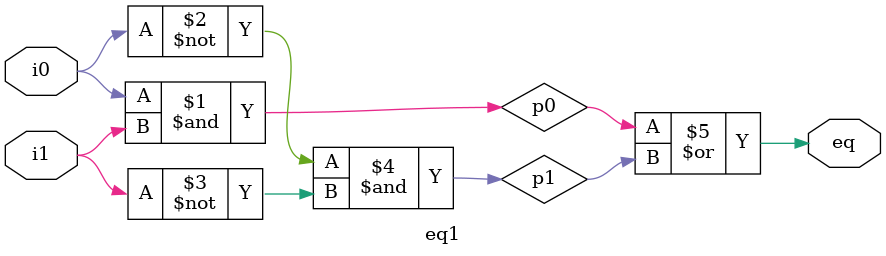
<source format=sv>
module eq1 
(
	input wire i0, i1, 
	output wire eq
);

  wire p0, p1;

  assign p0 = i0 & i1; 
  assign p1 = (~i0) & (~i1);	
  assign eq = p0 | p1;

endmodule
</source>
